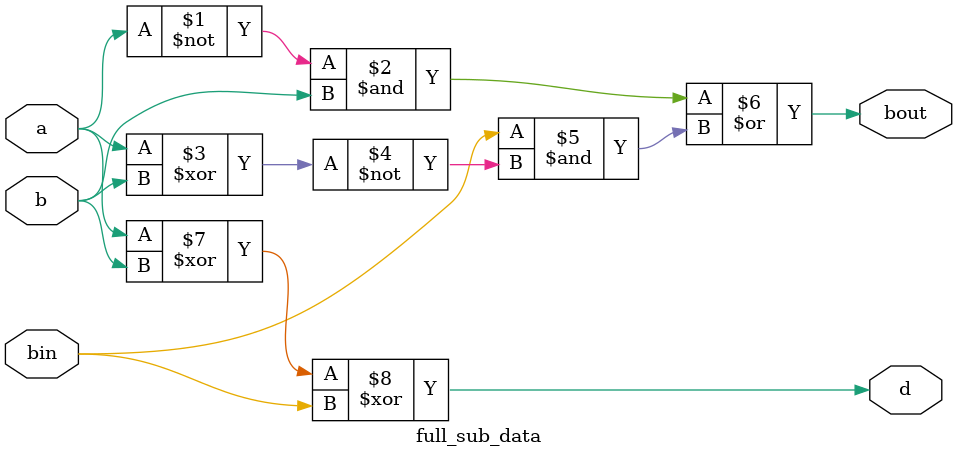
<source format=v>
module full_sub_data(a,b,bin,bout,d);
input a,b,bin;
output bout,d;
assign bout = ((~a)&b) | (bin&(~(a^b)));
assign d = a^b^bin;
endmodule

</source>
